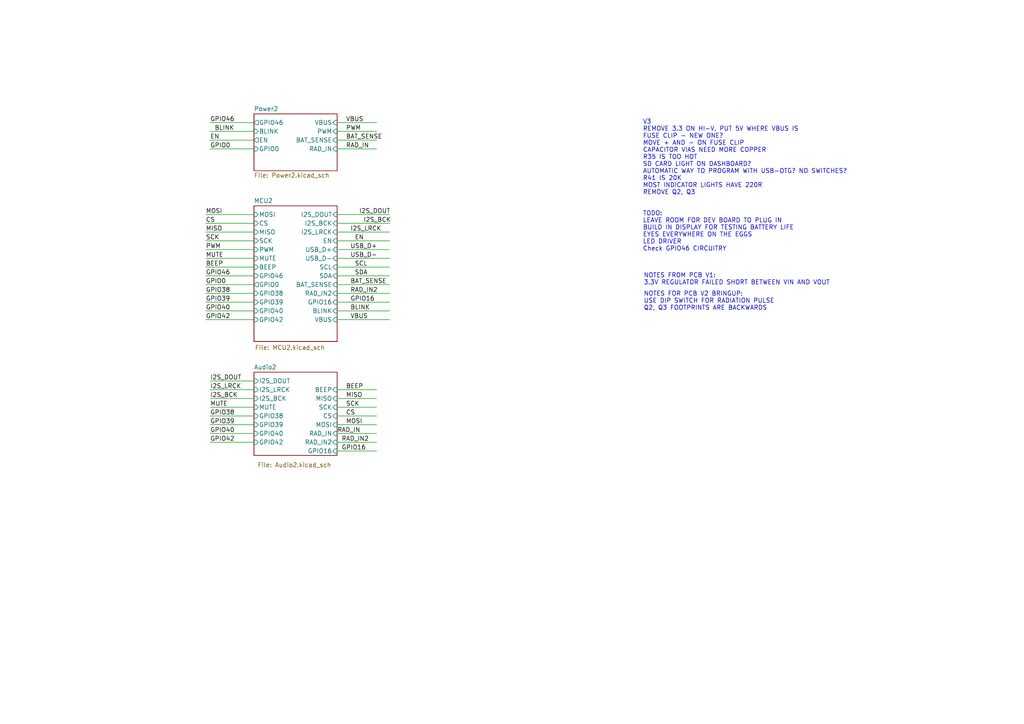
<source format=kicad_sch>
(kicad_sch
	(version 20250114)
	(generator "eeschema")
	(generator_version "9.0")
	(uuid "0a781558-ebe5-4562-8748-3cbe471da24e")
	(paper "A4")
	(title_block
		(title "POWER")
	)
	(lib_symbols)
	(text "V3\nREMOVE 3.3 ON HI-V, PUT 5V WHERE VBUS IS\nFUSE CLIP - NEW ONE?\nMOVE + AND - ON FUSE CLIP\nCAPACITOR VIAS NEED MORE COPPER\nR35 IS TOO HOT\nSD CARD LIGHT ON DASHBOARD?\nAUTOMATIC WAY TO PROGRAM WITH USB-OTG? NO SWITCHES?\nR41 IS 20K\nMOST INDICATOR LIGHTS HAVE 220R \nREMOVE Q2, Q3\n\n\nTODO:\nLEAVE ROOM FOR DEV BOARD TO PLUG IN\nBUILD IN DISPLAY FOR TESTING BATTERY LIFE\nEYES EVERYWHERE ON THE EGGS\nLED DRIVER\nCheck GPIO46 CIRCUITRY"
		(exclude_from_sim no)
		(at 186.436 53.848 0)
		(effects
			(font
				(size 1.27 1.27)
			)
			(justify left)
		)
		(uuid "3760ff42-b08b-4703-aaf8-aeb1eb1db20c")
	)
	(text "NOTES FOR PCB V2 BRINGUP:\nUSE DIP SWITCH FOR RADIATION PULSE\nQ2, Q3 FOOTPRINTS ARE BACKWARDS\n"
		(exclude_from_sim no)
		(at 186.69 87.376 0)
		(effects
			(font
				(size 1.27 1.27)
			)
			(justify left)
		)
		(uuid "3eee940c-3daf-4539-b402-6624e95890bf")
	)
	(text "NOTES FROM PCB V1:\n3.3V REGULATOR FAILED SHORT BETWEEN VIN AND VOUT"
		(exclude_from_sim no)
		(at 186.69 81.026 0)
		(effects
			(font
				(size 1.27 1.27)
			)
			(justify left)
		)
		(uuid "4bc7d904-9336-4473-9b75-88914af7bb07")
	)
	(wire
		(pts
			(xy 59.69 90.17) (xy 73.66 90.17)
		)
		(stroke
			(width 0)
			(type default)
		)
		(uuid "00d51275-3c9f-4e8a-891d-674dc05285b5")
	)
	(wire
		(pts
			(xy 59.69 92.71) (xy 73.66 92.71)
		)
		(stroke
			(width 0)
			(type default)
		)
		(uuid "187f0d01-d358-4a97-9462-d67bb09ab9e1")
	)
	(wire
		(pts
			(xy 97.79 62.23) (xy 113.03 62.23)
		)
		(stroke
			(width 0)
			(type default)
		)
		(uuid "1a434ad7-f196-4851-a582-b8f2a94077c2")
	)
	(wire
		(pts
			(xy 60.96 43.18) (xy 73.66 43.18)
		)
		(stroke
			(width 0)
			(type default)
		)
		(uuid "1cd59efe-9f8b-40dd-aa67-1cc8e5d9a440")
	)
	(wire
		(pts
			(xy 59.69 85.09) (xy 73.66 85.09)
		)
		(stroke
			(width 0)
			(type default)
		)
		(uuid "1f3eada3-dc51-49f7-92d4-97b65c693013")
	)
	(wire
		(pts
			(xy 97.79 92.71) (xy 113.03 92.71)
		)
		(stroke
			(width 0)
			(type default)
		)
		(uuid "20481f50-9904-4cae-92e6-53bc82e1a12f")
	)
	(wire
		(pts
			(xy 97.79 90.17) (xy 113.03 90.17)
		)
		(stroke
			(width 0)
			(type default)
		)
		(uuid "20cbcacc-7ce9-4a41-af38-17a075f5758c")
	)
	(wire
		(pts
			(xy 59.69 69.85) (xy 73.66 69.85)
		)
		(stroke
			(width 0)
			(type default)
		)
		(uuid "2349a2cd-4fa2-4b67-b5fc-2f7231be1c94")
	)
	(wire
		(pts
			(xy 97.79 115.57) (xy 109.22 115.57)
		)
		(stroke
			(width 0)
			(type default)
		)
		(uuid "26a05d0a-9edb-4a62-9a87-9f2e9e9d5b40")
	)
	(wire
		(pts
			(xy 60.96 113.03) (xy 73.66 113.03)
		)
		(stroke
			(width 0)
			(type default)
		)
		(uuid "2a86a4a0-ad2d-493d-bb50-56860e94f7c6")
	)
	(wire
		(pts
			(xy 60.96 35.56) (xy 73.66 35.56)
		)
		(stroke
			(width 0)
			(type default)
		)
		(uuid "2afa9251-9c08-4f3c-adf0-7c21670fe636")
	)
	(wire
		(pts
			(xy 60.96 123.19) (xy 73.66 123.19)
		)
		(stroke
			(width 0)
			(type default)
		)
		(uuid "2c6488b6-6959-43f7-a3a6-6be4d53343b9")
	)
	(wire
		(pts
			(xy 97.79 67.31) (xy 113.03 67.31)
		)
		(stroke
			(width 0)
			(type default)
		)
		(uuid "37c95b4b-3806-4d96-9f5e-1632f608b932")
	)
	(wire
		(pts
			(xy 73.66 110.49) (xy 60.96 110.49)
		)
		(stroke
			(width 0)
			(type default)
		)
		(uuid "4341ca1c-7bdc-4b1a-8e3b-8b122da564a9")
	)
	(wire
		(pts
			(xy 97.79 87.63) (xy 113.03 87.63)
		)
		(stroke
			(width 0)
			(type default)
		)
		(uuid "43949e9e-b128-4f98-86ad-9f6fb5c578e5")
	)
	(wire
		(pts
			(xy 59.69 82.55) (xy 73.66 82.55)
		)
		(stroke
			(width 0)
			(type default)
		)
		(uuid "53733d68-5b7d-4366-93c4-7c364f49d99f")
	)
	(wire
		(pts
			(xy 97.79 69.85) (xy 113.03 69.85)
		)
		(stroke
			(width 0)
			(type default)
		)
		(uuid "6aa03eb3-8548-408c-adef-27da342b5412")
	)
	(wire
		(pts
			(xy 97.79 113.03) (xy 109.22 113.03)
		)
		(stroke
			(width 0)
			(type default)
		)
		(uuid "6cd2a945-a9a1-4116-9ac1-dfe01102b976")
	)
	(wire
		(pts
			(xy 60.96 38.1) (xy 73.66 38.1)
		)
		(stroke
			(width 0)
			(type default)
		)
		(uuid "709bb0ff-7676-4b1f-a009-7e218858d457")
	)
	(wire
		(pts
			(xy 60.96 128.27) (xy 73.66 128.27)
		)
		(stroke
			(width 0)
			(type default)
		)
		(uuid "76d84608-c5e4-49f6-9b3a-326468a0be34")
	)
	(wire
		(pts
			(xy 97.79 82.55) (xy 113.03 82.55)
		)
		(stroke
			(width 0)
			(type default)
		)
		(uuid "7cd84569-910e-45f0-b3af-9990a2b4f597")
	)
	(wire
		(pts
			(xy 97.79 72.39) (xy 113.03 72.39)
		)
		(stroke
			(width 0)
			(type default)
		)
		(uuid "7f121151-708c-49e7-8877-7ce710e14646")
	)
	(wire
		(pts
			(xy 97.79 35.56) (xy 109.22 35.56)
		)
		(stroke
			(width 0)
			(type default)
		)
		(uuid "811bbd17-0cc7-42da-9f79-e495accdb2ab")
	)
	(wire
		(pts
			(xy 97.79 130.81) (xy 109.22 130.81)
		)
		(stroke
			(width 0)
			(type default)
		)
		(uuid "82b65cc8-2759-4a69-843b-7bf75bd067fb")
	)
	(wire
		(pts
			(xy 60.96 120.65) (xy 73.66 120.65)
		)
		(stroke
			(width 0)
			(type default)
		)
		(uuid "843b94d0-39c3-4417-af26-4f8540756cad")
	)
	(wire
		(pts
			(xy 97.79 120.65) (xy 109.22 120.65)
		)
		(stroke
			(width 0)
			(type default)
		)
		(uuid "847ba38e-b3c4-4e0b-b6b8-7ba2cec47502")
	)
	(wire
		(pts
			(xy 97.79 80.01) (xy 113.03 80.01)
		)
		(stroke
			(width 0)
			(type default)
		)
		(uuid "8556c111-5784-4e63-ac15-c9aca8dbdf28")
	)
	(wire
		(pts
			(xy 97.79 118.11) (xy 109.22 118.11)
		)
		(stroke
			(width 0)
			(type default)
		)
		(uuid "87a3532f-7301-4486-9ec8-ffe18b051e79")
	)
	(wire
		(pts
			(xy 59.69 74.93) (xy 73.66 74.93)
		)
		(stroke
			(width 0)
			(type default)
		)
		(uuid "8bc69226-4d57-407d-9a32-3451aa289fd4")
	)
	(wire
		(pts
			(xy 59.69 67.31) (xy 73.66 67.31)
		)
		(stroke
			(width 0)
			(type default)
		)
		(uuid "965637de-3f0b-43f2-8ebe-c36f32f4b1af")
	)
	(wire
		(pts
			(xy 59.69 77.47) (xy 73.66 77.47)
		)
		(stroke
			(width 0)
			(type default)
		)
		(uuid "9d712ea1-b3c7-4e03-9eee-6b21b1c57a09")
	)
	(wire
		(pts
			(xy 97.79 125.73) (xy 109.22 125.73)
		)
		(stroke
			(width 0)
			(type default)
		)
		(uuid "a13a431b-3985-4919-a6a4-f18c654e0852")
	)
	(wire
		(pts
			(xy 97.79 77.47) (xy 113.03 77.47)
		)
		(stroke
			(width 0)
			(type default)
		)
		(uuid "a300b0f9-f183-4f0a-b553-d7c4179c0afa")
	)
	(wire
		(pts
			(xy 59.69 80.01) (xy 73.66 80.01)
		)
		(stroke
			(width 0)
			(type default)
		)
		(uuid "a8e16d98-11e6-43ee-b7fd-f75664c8d63a")
	)
	(wire
		(pts
			(xy 60.96 40.64) (xy 73.66 40.64)
		)
		(stroke
			(width 0)
			(type default)
		)
		(uuid "af118617-c222-4f30-8373-29594edcb5fc")
	)
	(wire
		(pts
			(xy 97.79 74.93) (xy 113.03 74.93)
		)
		(stroke
			(width 0)
			(type default)
		)
		(uuid "b0a66e47-9896-42d5-8eef-43633a8e3f94")
	)
	(wire
		(pts
			(xy 97.79 85.09) (xy 113.03 85.09)
		)
		(stroke
			(width 0)
			(type default)
		)
		(uuid "b17aac35-fa9a-4019-ad77-46e665980248")
	)
	(wire
		(pts
			(xy 97.79 38.1) (xy 109.22 38.1)
		)
		(stroke
			(width 0)
			(type default)
		)
		(uuid "b3ae3e40-f9a7-414a-8597-e39f90168936")
	)
	(wire
		(pts
			(xy 59.69 72.39) (xy 73.66 72.39)
		)
		(stroke
			(width 0)
			(type default)
		)
		(uuid "b7a8d237-6f65-46de-af6f-8322c4e05e11")
	)
	(wire
		(pts
			(xy 60.96 115.57) (xy 73.66 115.57)
		)
		(stroke
			(width 0)
			(type default)
		)
		(uuid "ba42c7b6-74ea-406c-9dfe-fdb010a28b2b")
	)
	(wire
		(pts
			(xy 59.69 87.63) (xy 73.66 87.63)
		)
		(stroke
			(width 0)
			(type default)
		)
		(uuid "bf0020e8-5e68-41fd-aeaa-f8f0f2f49132")
	)
	(wire
		(pts
			(xy 97.79 43.18) (xy 109.22 43.18)
		)
		(stroke
			(width 0)
			(type default)
		)
		(uuid "cb7f8548-92a4-4a3a-b534-a7dca254f3a3")
	)
	(wire
		(pts
			(xy 60.96 125.73) (xy 73.66 125.73)
		)
		(stroke
			(width 0)
			(type default)
		)
		(uuid "d1d79501-bf39-40db-bae4-79a8b9ce44f6")
	)
	(wire
		(pts
			(xy 97.79 64.77) (xy 113.03 64.77)
		)
		(stroke
			(width 0)
			(type default)
		)
		(uuid "dc84777f-09a7-43cc-a4f4-c67041b2440a")
	)
	(wire
		(pts
			(xy 97.79 123.19) (xy 109.22 123.19)
		)
		(stroke
			(width 0)
			(type default)
		)
		(uuid "de05d0c3-7f33-4363-b68f-8f4dbdf73d1a")
	)
	(wire
		(pts
			(xy 97.79 128.27) (xy 109.22 128.27)
		)
		(stroke
			(width 0)
			(type default)
		)
		(uuid "e95ea8e5-a5ae-4f3d-8002-d1918dc30fd6")
	)
	(wire
		(pts
			(xy 60.96 118.11) (xy 73.66 118.11)
		)
		(stroke
			(width 0)
			(type default)
		)
		(uuid "f3aa6aba-7ed2-4bc6-ae38-a3aad0eacbbd")
	)
	(wire
		(pts
			(xy 97.79 40.64) (xy 109.22 40.64)
		)
		(stroke
			(width 0)
			(type default)
		)
		(uuid "f6d308ab-8708-4688-b9dc-58fdc2440899")
	)
	(wire
		(pts
			(xy 73.66 62.23) (xy 59.69 62.23)
		)
		(stroke
			(width 0)
			(type default)
		)
		(uuid "f7504d3f-b4bb-42df-8c57-89dfdff49f4d")
	)
	(wire
		(pts
			(xy 59.69 64.77) (xy 73.66 64.77)
		)
		(stroke
			(width 0)
			(type default)
		)
		(uuid "f846ba87-39b0-4205-8dc9-f0d22e065528")
	)
	(label "SDA"
		(at 102.87 80.01 0)
		(effects
			(font
				(size 1.27 1.27)
			)
			(justify left bottom)
		)
		(uuid "00e90810-afd1-4318-b29c-40c2262d391c")
	)
	(label "MUTE"
		(at 59.69 74.93 0)
		(effects
			(font
				(size 1.27 1.27)
			)
			(justify left bottom)
		)
		(uuid "05f2e2a5-c19c-4aca-a249-dc5a97e1fe9b")
	)
	(label "USB_D-"
		(at 101.6 74.93 0)
		(effects
			(font
				(size 1.27 1.27)
			)
			(justify left bottom)
		)
		(uuid "13367ad7-c3da-45b9-8f68-2c488acba365")
	)
	(label "I2S_LRCK"
		(at 60.96 113.03 0)
		(effects
			(font
				(size 1.27 1.27)
			)
			(justify left bottom)
		)
		(uuid "1526b434-c438-4564-8d08-ec918847368e")
	)
	(label "GPIO16"
		(at 101.6 87.63 0)
		(effects
			(font
				(size 1.27 1.27)
			)
			(justify left bottom)
		)
		(uuid "1a803dd8-1afb-4b19-a0f3-1c92a9946fa2")
	)
	(label "MISO"
		(at 100.33 115.57 0)
		(effects
			(font
				(size 1.27 1.27)
			)
			(justify left bottom)
		)
		(uuid "1ecbbbd5-33f2-4a4e-be9e-8fcf78287925")
	)
	(label "BAT_SENSE"
		(at 101.6 82.55 0)
		(effects
			(font
				(size 1.27 1.27)
			)
			(justify left bottom)
		)
		(uuid "21b7c23e-0dec-4a16-b235-08908dda8944")
	)
	(label "PWM"
		(at 100.33 38.1 0)
		(effects
			(font
				(size 1.27 1.27)
			)
			(justify left bottom)
		)
		(uuid "29668604-2b20-4cd5-975d-bb60ea28c91c")
	)
	(label "GPIO0"
		(at 59.69 82.55 0)
		(effects
			(font
				(size 1.27 1.27)
			)
			(justify left bottom)
		)
		(uuid "2b82d51c-69f6-4a17-a439-1607ab63c04e")
	)
	(label "I2S_LRCK"
		(at 101.6 67.31 0)
		(effects
			(font
				(size 1.27 1.27)
			)
			(justify left bottom)
		)
		(uuid "2e856661-ffc8-433d-961f-3cc88a633fc0")
	)
	(label "MUTE"
		(at 60.96 118.11 0)
		(effects
			(font
				(size 1.27 1.27)
			)
			(justify left bottom)
		)
		(uuid "3f75cbd6-0d04-437f-b06b-c753c532c22c")
	)
	(label "GPIO46"
		(at 60.96 35.56 0)
		(effects
			(font
				(size 1.27 1.27)
			)
			(justify left bottom)
		)
		(uuid "43a940d7-cfe3-424c-b3d1-da604f241cf2")
	)
	(label "GPIO16"
		(at 99.06 130.81 0)
		(effects
			(font
				(size 1.27 1.27)
			)
			(justify left bottom)
		)
		(uuid "4b6d1865-d4ce-4ecc-84a1-66a8475d124a")
	)
	(label "MISO"
		(at 59.69 67.31 0)
		(effects
			(font
				(size 1.27 1.27)
			)
			(justify left bottom)
		)
		(uuid "4e19abde-7a89-450d-8f97-d46fa14900d4")
	)
	(label "GPIO40"
		(at 60.96 125.73 0)
		(effects
			(font
				(size 1.27 1.27)
			)
			(justify left bottom)
		)
		(uuid "51f1376f-5415-4718-8556-d413c632a37c")
	)
	(label "MOSI"
		(at 59.69 62.23 0)
		(effects
			(font
				(size 1.27 1.27)
			)
			(justify left bottom)
		)
		(uuid "59846df6-9020-4337-918f-d749baabe3ee")
	)
	(label "BLINK"
		(at 62.23 38.1 0)
		(effects
			(font
				(size 1.27 1.27)
			)
			(justify left bottom)
		)
		(uuid "647ff05e-a383-427e-a40d-e627c7a105c7")
	)
	(label "GPIO38"
		(at 59.69 85.09 0)
		(effects
			(font
				(size 1.27 1.27)
			)
			(justify left bottom)
		)
		(uuid "6a00b6c3-bb39-4e1a-a30f-27621c7b01ec")
	)
	(label "RAD_IN2"
		(at 101.6 85.09 0)
		(effects
			(font
				(size 1.27 1.27)
			)
			(justify left bottom)
		)
		(uuid "6a18a20a-7e7e-484a-b87c-2bfc901fccfe")
	)
	(label "I2S_BCK"
		(at 60.96 115.57 0)
		(effects
			(font
				(size 1.27 1.27)
			)
			(justify left bottom)
		)
		(uuid "738a9128-26f7-487a-98bf-62a7d01e5783")
	)
	(label "GPIO39"
		(at 59.69 87.63 0)
		(effects
			(font
				(size 1.27 1.27)
			)
			(justify left bottom)
		)
		(uuid "83910de1-90f7-46eb-85d8-2a6fc067ec1d")
	)
	(label "SCK"
		(at 59.69 69.85 0)
		(effects
			(font
				(size 1.27 1.27)
			)
			(justify left bottom)
		)
		(uuid "8c63ff11-be6d-4429-b189-df83fb34bd1c")
	)
	(label "PWM"
		(at 59.69 72.39 0)
		(effects
			(font
				(size 1.27 1.27)
			)
			(justify left bottom)
		)
		(uuid "92bd6725-83ca-4375-aa9e-d8dc0fa5424e")
	)
	(label "CS"
		(at 59.69 64.77 0)
		(effects
			(font
				(size 1.27 1.27)
			)
			(justify left bottom)
		)
		(uuid "934a300d-a898-4abc-beb5-a95bf953e24a")
	)
	(label "CS"
		(at 100.33 120.65 0)
		(effects
			(font
				(size 1.27 1.27)
			)
			(justify left bottom)
		)
		(uuid "9b7233ac-42c1-436c-8c47-cc57170128c7")
	)
	(label "BEEP"
		(at 100.33 113.03 0)
		(effects
			(font
				(size 1.27 1.27)
			)
			(justify left bottom)
		)
		(uuid "a07617a7-dfed-47b5-87be-a8dd2bf70182")
	)
	(label "USB_D+"
		(at 101.6 72.39 0)
		(effects
			(font
				(size 1.27 1.27)
			)
			(justify left bottom)
		)
		(uuid "a70b322a-ae54-4e3d-bbf4-8ae95bffa33c")
	)
	(label "RAD_IN2"
		(at 99.06 128.27 0)
		(effects
			(font
				(size 1.27 1.27)
			)
			(justify left bottom)
		)
		(uuid "a77e46a2-b816-4ed8-9f57-7dcfd52765e8")
	)
	(label "GPIO38"
		(at 60.96 120.65 0)
		(effects
			(font
				(size 1.27 1.27)
			)
			(justify left bottom)
		)
		(uuid "aa7e27ac-da64-4867-9e44-0daa47cb08a1")
	)
	(label "BLINK"
		(at 101.6 90.17 0)
		(effects
			(font
				(size 1.27 1.27)
			)
			(justify left bottom)
		)
		(uuid "ac1a1a16-6cb9-4a91-b9bb-87b4cdeb0bb8")
	)
	(label "GPIO0"
		(at 60.96 43.18 0)
		(effects
			(font
				(size 1.27 1.27)
			)
			(justify left bottom)
		)
		(uuid "b0d1a239-4248-4692-b245-e34f484ba3fb")
	)
	(label "BAT_SENSE"
		(at 100.33 40.64 0)
		(effects
			(font
				(size 1.27 1.27)
			)
			(justify left bottom)
		)
		(uuid "b5f309b9-72fb-497c-b7cc-8bba35d7c773")
	)
	(label "SCL"
		(at 102.87 77.47 0)
		(effects
			(font
				(size 1.27 1.27)
			)
			(justify left bottom)
		)
		(uuid "b6ff34ce-9673-4332-9c37-7e556c027b19")
	)
	(label "GPIO46"
		(at 59.69 80.01 0)
		(effects
			(font
				(size 1.27 1.27)
			)
			(justify left bottom)
		)
		(uuid "bc9e3103-625d-4fcc-909e-c69e25f6cff2")
	)
	(label "GPIO42"
		(at 60.96 128.27 0)
		(effects
			(font
				(size 1.27 1.27)
			)
			(justify left bottom)
		)
		(uuid "ca08bb8e-cf04-4fdf-b75d-00590be55fbf")
	)
	(label "GPIO39"
		(at 60.96 123.19 0)
		(effects
			(font
				(size 1.27 1.27)
			)
			(justify left bottom)
		)
		(uuid "cf981ae6-3756-44cc-97ea-911ad8bb43f5")
	)
	(label "VBUS"
		(at 101.6 92.71 0)
		(effects
			(font
				(size 1.27 1.27)
			)
			(justify left bottom)
		)
		(uuid "d1b95b20-ea76-4b39-b82c-fde0bff583f1")
	)
	(label "RAD_IN"
		(at 100.33 43.18 0)
		(effects
			(font
				(size 1.27 1.27)
			)
			(justify left bottom)
		)
		(uuid "d2c6ab1a-f87f-40db-a367-59719b1918e6")
	)
	(label "RAD_IN"
		(at 97.79 125.73 0)
		(effects
			(font
				(size 1.27 1.27)
			)
			(justify left bottom)
		)
		(uuid "d3e3c7e9-c356-4085-9c7d-1a4ef65fdb90")
	)
	(label "I2S_DOUT"
		(at 60.96 110.49 0)
		(effects
			(font
				(size 1.27 1.27)
			)
			(justify left bottom)
		)
		(uuid "d3f4d3bd-0143-41ed-af7a-428433846dd3")
	)
	(label "MOSI"
		(at 100.33 123.19 0)
		(effects
			(font
				(size 1.27 1.27)
			)
			(justify left bottom)
		)
		(uuid "d4deff41-9cb0-419c-b01d-9f57dd878436")
	)
	(label "SCK"
		(at 100.33 118.11 0)
		(effects
			(font
				(size 1.27 1.27)
			)
			(justify left bottom)
		)
		(uuid "dc6e1dc8-6315-48a2-89cb-a64b9bd8ff4b")
	)
	(label "EN"
		(at 60.96 40.64 0)
		(effects
			(font
				(size 1.27 1.27)
			)
			(justify left bottom)
		)
		(uuid "de3a5adc-b487-4a05-a815-8a4861263b92")
	)
	(label "VBUS"
		(at 100.33 35.56 0)
		(effects
			(font
				(size 1.27 1.27)
			)
			(justify left bottom)
		)
		(uuid "de79ff60-59da-4773-ab8a-65ed2e3c1a70")
	)
	(label "GPIO40"
		(at 59.69 90.17 0)
		(effects
			(font
				(size 1.27 1.27)
			)
			(justify left bottom)
		)
		(uuid "e042b7d6-afe5-428f-8a20-c33daaa7d90e")
	)
	(label "BEEP"
		(at 59.69 77.47 0)
		(effects
			(font
				(size 1.27 1.27)
			)
			(justify left bottom)
		)
		(uuid "e15eb0cf-b4f7-432f-9942-d99c80a3bb65")
	)
	(label "GPIO42"
		(at 59.69 92.71 0)
		(effects
			(font
				(size 1.27 1.27)
			)
			(justify left bottom)
		)
		(uuid "e50843d7-4324-4a40-bd84-8fea7b310280")
	)
	(label "EN"
		(at 102.87 69.85 0)
		(effects
			(font
				(size 1.27 1.27)
			)
			(justify left bottom)
		)
		(uuid "e5f1e5b2-d058-479a-bdeb-6b5862ae51c5")
	)
	(label "I2S_DOUT"
		(at 104.14 62.23 0)
		(effects
			(font
				(size 1.27 1.27)
			)
			(justify left bottom)
		)
		(uuid "ef660538-3fc5-47c9-8279-939f5552a4d6")
	)
	(label "I2S_BCK"
		(at 105.41 64.77 0)
		(effects
			(font
				(size 1.27 1.27)
			)
			(justify left bottom)
		)
		(uuid "f47fc5ab-c1f8-4d93-844e-47fdd082b21a")
	)
	(sheet
		(at 73.66 59.69)
		(size 24.13 39.37)
		(exclude_from_sim no)
		(in_bom yes)
		(on_board yes)
		(dnp no)
		(stroke
			(width 0.1524)
			(type solid)
		)
		(fill
			(color 0 0 0 0.0000)
		)
		(uuid "553d155f-51d7-41f8-b819-9cc6d294555d")
		(property "Sheetname" "MCU2"
			(at 73.66 58.9784 0)
			(effects
				(font
					(size 1.27 1.27)
				)
				(justify left bottom)
			)
		)
		(property "Sheetfile" "MCU2.kicad_sch"
			(at 73.914 100.076 0)
			(effects
				(font
					(size 1.27 1.27)
				)
				(justify left top)
			)
		)
		(pin "PWM" input
			(at 73.66 72.39 180)
			(uuid "42a93fe2-4817-4fd9-816e-3bd015a1a960")
			(effects
				(font
					(size 1.27 1.27)
				)
				(justify left)
			)
		)
		(pin "MOSI" input
			(at 73.66 62.23 180)
			(uuid "14d9bee1-fc21-45d1-a1ee-621f6a671d24")
			(effects
				(font
					(size 1.27 1.27)
				)
				(justify left)
			)
		)
		(pin "CS" input
			(at 73.66 64.77 180)
			(uuid "e5cdb24a-1f5b-4834-be11-f16511810d1d")
			(effects
				(font
					(size 1.27 1.27)
				)
				(justify left)
			)
		)
		(pin "MISO" input
			(at 73.66 67.31 180)
			(uuid "035598f6-83f6-4b47-9724-be11a6658197")
			(effects
				(font
					(size 1.27 1.27)
				)
				(justify left)
			)
		)
		(pin "MUTE" input
			(at 73.66 74.93 180)
			(uuid "80e129de-b5ff-4217-a1c3-ebce762439f3")
			(effects
				(font
					(size 1.27 1.27)
				)
				(justify left)
			)
		)
		(pin "I2S_DOUT" input
			(at 97.79 62.23 0)
			(uuid "d1c4e243-6339-441b-84fe-394997173f4e")
			(effects
				(font
					(size 1.27 1.27)
				)
				(justify right)
			)
		)
		(pin "I2S_BCK" input
			(at 97.79 64.77 0)
			(uuid "c984886b-a653-459b-a309-2085de4d2218")
			(effects
				(font
					(size 1.27 1.27)
				)
				(justify right)
			)
		)
		(pin "I2S_LRCK" input
			(at 97.79 67.31 0)
			(uuid "334ec726-ff39-4545-8d1f-e4f6248a0982")
			(effects
				(font
					(size 1.27 1.27)
				)
				(justify right)
			)
		)
		(pin "EN" input
			(at 97.79 69.85 0)
			(uuid "b7e582fd-e217-4009-ac79-75e49f8a3bac")
			(effects
				(font
					(size 1.27 1.27)
				)
				(justify right)
			)
		)
		(pin "BEEP" input
			(at 73.66 77.47 180)
			(uuid "0bc0d379-ced4-4ae3-af0d-f66e3897b70b")
			(effects
				(font
					(size 1.27 1.27)
				)
				(justify left)
			)
		)
		(pin "USB_D+" input
			(at 97.79 72.39 0)
			(uuid "54e379b3-c80e-43c4-ac73-fff6f1696ade")
			(effects
				(font
					(size 1.27 1.27)
				)
				(justify right)
			)
		)
		(pin "SDA" input
			(at 97.79 80.01 0)
			(uuid "93c644de-1014-4529-bc0a-9acc3157b50a")
			(effects
				(font
					(size 1.27 1.27)
				)
				(justify right)
			)
		)
		(pin "USB_D-" input
			(at 97.79 74.93 0)
			(uuid "e2d25cc2-8499-47a0-bc1c-eeecc8fe1bd4")
			(effects
				(font
					(size 1.27 1.27)
				)
				(justify right)
			)
		)
		(pin "SCL" input
			(at 97.79 77.47 0)
			(uuid "e4c66ecb-e96e-4f58-a6b1-9b63759346bb")
			(effects
				(font
					(size 1.27 1.27)
				)
				(justify right)
			)
		)
		(pin "SCK" input
			(at 73.66 69.85 180)
			(uuid "d14bd2b1-78ef-4d53-9e61-96fcce6ff65d")
			(effects
				(font
					(size 1.27 1.27)
				)
				(justify left)
			)
		)
		(pin "GPIO46" input
			(at 73.66 80.01 180)
			(uuid "e02f3ab9-6d03-459c-b44f-b89b4d9bf2c7")
			(effects
				(font
					(size 1.27 1.27)
				)
				(justify left)
			)
		)
		(pin "GPIO0" output
			(at 73.66 82.55 180)
			(uuid "3e51a168-30e0-4b4a-9e77-d173891d312a")
			(effects
				(font
					(size 1.27 1.27)
				)
				(justify left)
			)
		)
		(pin "GPIO38" input
			(at 73.66 85.09 180)
			(uuid "f80cd076-189d-4fea-893d-583bbea78fb6")
			(effects
				(font
					(size 1.27 1.27)
				)
				(justify left)
			)
		)
		(pin "GPIO39" input
			(at 73.66 87.63 180)
			(uuid "c04fe439-33a7-4fb7-bdd6-68c6dfbdd2b2")
			(effects
				(font
					(size 1.27 1.27)
				)
				(justify left)
			)
		)
		(pin "GPIO40" input
			(at 73.66 90.17 180)
			(uuid "22f39a2a-536b-4601-92ac-15a0210eedb6")
			(effects
				(font
					(size 1.27 1.27)
				)
				(justify left)
			)
		)
		(pin "GPIO42" input
			(at 73.66 92.71 180)
			(uuid "81dbaa43-a71b-43bf-8a9b-63a1d8ab907c")
			(effects
				(font
					(size 1.27 1.27)
				)
				(justify left)
			)
		)
		(pin "RAD_IN2" input
			(at 97.79 85.09 0)
			(uuid "32639452-fa2a-4d39-95bc-921c6be4e1f3")
			(effects
				(font
					(size 1.27 1.27)
				)
				(justify right)
			)
		)
		(pin "GPIO16" input
			(at 97.79 87.63 0)
			(uuid "ae05cb11-b315-422d-b99d-82be99ea9c77")
			(effects
				(font
					(size 1.27 1.27)
				)
				(justify right)
			)
		)
		(pin "BLINK" input
			(at 97.79 90.17 0)
			(uuid "ff3a26d3-40ce-45e7-b313-a8591f38f4a9")
			(effects
				(font
					(size 1.27 1.27)
				)
				(justify right)
			)
		)
		(pin "BAT_SENSE" input
			(at 97.79 82.55 0)
			(uuid "1e360545-932b-4093-920e-ee7b910abefd")
			(effects
				(font
					(size 1.27 1.27)
				)
				(justify right)
			)
		)
		(pin "VBUS" input
			(at 97.79 92.71 0)
			(uuid "d8239a7d-33b1-48d0-8b78-aeabe7930c76")
			(effects
				(font
					(size 1.27 1.27)
				)
				(justify right)
			)
		)
		(instances
			(project "Radiation2"
				(path "/0a781558-ebe5-4562-8748-3cbe471da24e"
					(page "3")
				)
			)
		)
	)
	(sheet
		(at 73.66 33.02)
		(size 24.13 16.51)
		(exclude_from_sim no)
		(in_bom yes)
		(on_board yes)
		(dnp no)
		(fields_autoplaced yes)
		(stroke
			(width 0.1524)
			(type solid)
		)
		(fill
			(color 0 0 0 0.0000)
		)
		(uuid "61d54e0e-bfef-4c96-86a7-a9968a7c2798")
		(property "Sheetname" "Power2"
			(at 73.66 32.3084 0)
			(effects
				(font
					(size 1.27 1.27)
				)
				(justify left bottom)
			)
		)
		(property "Sheetfile" "Power2.kicad_sch"
			(at 73.66 50.1146 0)
			(effects
				(font
					(size 1.27 1.27)
				)
				(justify left top)
			)
		)
		(pin "VBUS" input
			(at 97.79 35.56 0)
			(uuid "bbf20841-e019-4547-9bc8-1dfc365a24f8")
			(effects
				(font
					(size 1.27 1.27)
				)
				(justify right)
			)
		)
		(pin "PWM" input
			(at 97.79 38.1 0)
			(uuid "5eab1e3a-152c-4a13-90bc-5af57ff39fed")
			(effects
				(font
					(size 1.27 1.27)
				)
				(justify right)
			)
		)
		(pin "EN" output
			(at 73.66 40.64 180)
			(uuid "1328f00f-84eb-4f47-8e55-ddf31947dcbe")
			(effects
				(font
					(size 1.27 1.27)
				)
				(justify left)
			)
		)
		(pin "GPIO46" output
			(at 73.66 35.56 180)
			(uuid "1b460b1d-9298-4a4a-8df6-b42bd19a9f6b")
			(effects
				(font
					(size 1.27 1.27)
				)
				(justify left)
			)
		)
		(pin "GPIO0" input
			(at 73.66 43.18 180)
			(uuid "83bf40df-1574-4925-9bb0-cc63693455b5")
			(effects
				(font
					(size 1.27 1.27)
				)
				(justify left)
			)
		)
		(pin "BLINK" input
			(at 73.66 38.1 180)
			(uuid "ca044bd9-9af4-4358-8d2a-0f12041fa365")
			(effects
				(font
					(size 1.27 1.27)
				)
				(justify left)
			)
		)
		(pin "BAT_SENSE" input
			(at 97.79 40.64 0)
			(uuid "76bb6b33-4437-452a-9205-2d482d58c957")
			(effects
				(font
					(size 1.27 1.27)
				)
				(justify right)
			)
		)
		(pin "RAD_IN" input
			(at 97.79 43.18 0)
			(uuid "e408da4f-e298-4136-9042-f6b098fe4d13")
			(effects
				(font
					(size 1.27 1.27)
				)
				(justify right)
			)
		)
		(instances
			(project "Radiation2"
				(path "/0a781558-ebe5-4562-8748-3cbe471da24e"
					(page "2")
				)
			)
		)
	)
	(sheet
		(at 73.66 107.95)
		(size 24.13 24.13)
		(exclude_from_sim no)
		(in_bom yes)
		(on_board yes)
		(dnp no)
		(stroke
			(width 0.1524)
			(type solid)
		)
		(fill
			(color 0 0 0 0.0000)
		)
		(uuid "b03a8cbd-5823-419c-808a-8b6445fe34d3")
		(property "Sheetname" "Audio2"
			(at 73.66 107.2384 0)
			(effects
				(font
					(size 1.27 1.27)
				)
				(justify left bottom)
			)
		)
		(property "Sheetfile" "Audio2.kicad_sch"
			(at 74.676 134.112 0)
			(effects
				(font
					(size 1.27 1.27)
				)
				(justify left top)
			)
		)
		(pin "BEEP" input
			(at 97.79 113.03 0)
			(uuid "184fd769-fef9-45e8-9ca2-8ba692dbd1f2")
			(effects
				(font
					(size 1.27 1.27)
				)
				(justify right)
			)
		)
		(pin "I2S_DOUT" input
			(at 73.66 110.49 180)
			(uuid "65272281-d2d7-49e9-825e-4832744d2787")
			(effects
				(font
					(size 1.27 1.27)
				)
				(justify left)
			)
		)
		(pin "I2S_LRCK" input
			(at 73.66 113.03 180)
			(uuid "c92f7b4b-ddf3-455d-a6b4-2fbcbe7fdd07")
			(effects
				(font
					(size 1.27 1.27)
				)
				(justify left)
			)
		)
		(pin "I2S_BCK" input
			(at 73.66 115.57 180)
			(uuid "fd99170c-ecf3-4e72-9566-82028d6c5a56")
			(effects
				(font
					(size 1.27 1.27)
				)
				(justify left)
			)
		)
		(pin "MUTE" input
			(at 73.66 118.11 180)
			(uuid "fdff88a7-9de6-4a10-85fb-62de74b56168")
			(effects
				(font
					(size 1.27 1.27)
				)
				(justify left)
			)
		)
		(pin "MISO" input
			(at 97.79 115.57 0)
			(uuid "831a6e53-d406-4ef7-93db-9b09745c8ebe")
			(effects
				(font
					(size 1.27 1.27)
				)
				(justify right)
			)
		)
		(pin "SCK" input
			(at 97.79 118.11 0)
			(uuid "fa290403-7d4f-42d8-a24f-d9a7a515e3e4")
			(effects
				(font
					(size 1.27 1.27)
				)
				(justify right)
			)
		)
		(pin "CS" input
			(at 97.79 120.65 0)
			(uuid "90c1469b-01b4-416b-a694-dee52521e817")
			(effects
				(font
					(size 1.27 1.27)
				)
				(justify right)
			)
		)
		(pin "MOSI" input
			(at 97.79 123.19 0)
			(uuid "ff681818-cbf5-4a11-9a81-994883677114")
			(effects
				(font
					(size 1.27 1.27)
				)
				(justify right)
			)
		)
		(pin "GPIO38" input
			(at 73.66 120.65 180)
			(uuid "3a84cf8d-32fc-40cd-9850-672aa59bb3ec")
			(effects
				(font
					(size 1.27 1.27)
				)
				(justify left)
			)
		)
		(pin "GPIO39" input
			(at 73.66 123.19 180)
			(uuid "05513a58-dff3-4183-8d6c-ba008b406ce9")
			(effects
				(font
					(size 1.27 1.27)
				)
				(justify left)
			)
		)
		(pin "GPIO40" input
			(at 73.66 125.73 180)
			(uuid "fc0785c0-e17e-49bf-95b5-bdd3fae60598")
			(effects
				(font
					(size 1.27 1.27)
				)
				(justify left)
			)
		)
		(pin "GPIO42" input
			(at 73.66 128.27 180)
			(uuid "7aeb2cce-51ad-4d61-883e-3aa42fb33ca8")
			(effects
				(font
					(size 1.27 1.27)
				)
				(justify left)
			)
		)
		(pin "RAD_IN" input
			(at 97.79 125.73 0)
			(uuid "eb238d03-fbdf-463d-9ab5-04dcee413952")
			(effects
				(font
					(size 1.27 1.27)
				)
				(justify right)
			)
		)
		(pin "GPIO16" input
			(at 97.79 130.81 0)
			(uuid "ad2d0f54-14bb-4d16-8f75-85396def40dd")
			(effects
				(font
					(size 1.27 1.27)
				)
				(justify right)
			)
		)
		(pin "RAD_IN2" input
			(at 97.79 128.27 0)
			(uuid "8431ea21-b3d3-4513-882a-2a1ccbf43d97")
			(effects
				(font
					(size 1.27 1.27)
				)
				(justify right)
			)
		)
		(instances
			(project "Radiation2"
				(path "/0a781558-ebe5-4562-8748-3cbe471da24e"
					(page "4")
				)
			)
		)
	)
	(sheet_instances
		(path "/"
			(page "1")
		)
	)
	(embedded_fonts no)
)

</source>
